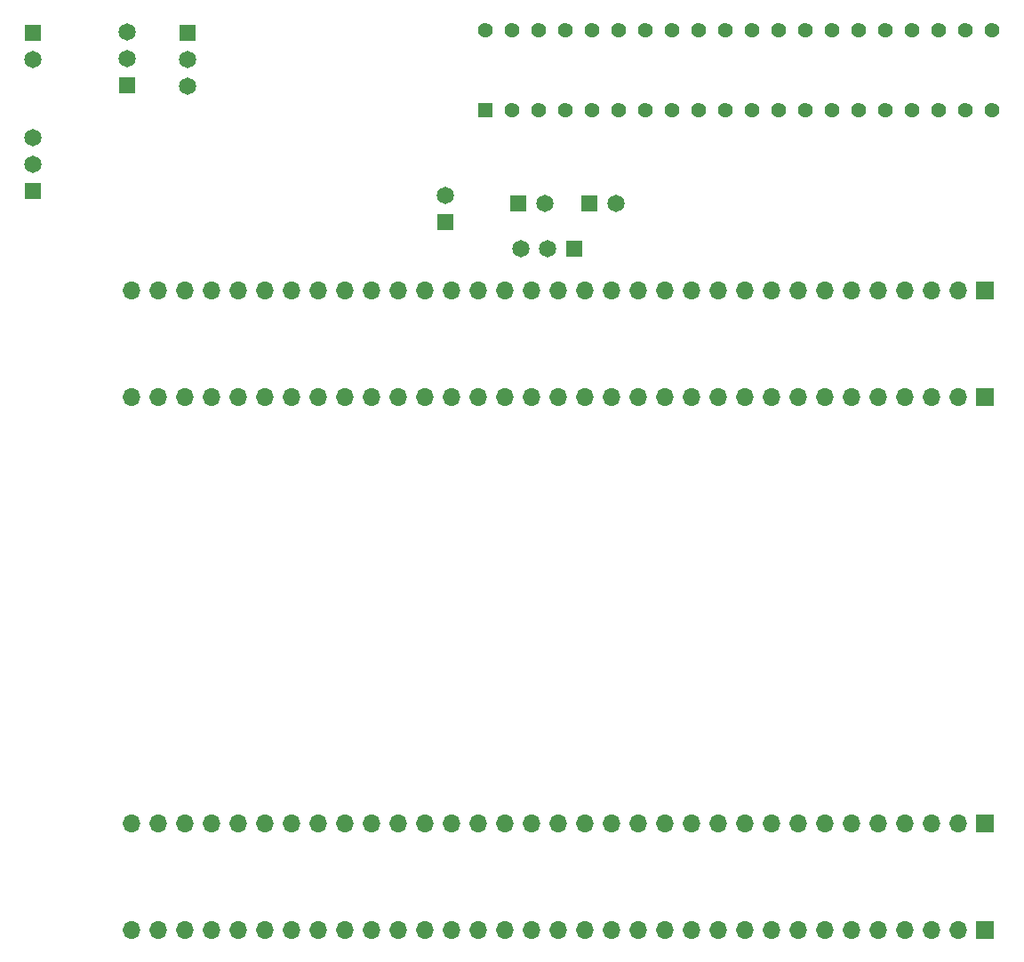
<source format=gbs>
%TF.GenerationSoftware,KiCad,Pcbnew,(6.0.2)*%
%TF.CreationDate,2022-04-17T21:21:11+02:00*%
%TF.ProjectId,main,6d61696e-2e6b-4696-9361-645f70636258,rev?*%
%TF.SameCoordinates,Original*%
%TF.FileFunction,Soldermask,Bot*%
%TF.FilePolarity,Negative*%
%FSLAX46Y46*%
G04 Gerber Fmt 4.6, Leading zero omitted, Abs format (unit mm)*
G04 Created by KiCad (PCBNEW (6.0.2)) date 2022-04-17 21:21:11*
%MOMM*%
%LPD*%
G01*
G04 APERTURE LIST*
%ADD10R,1.650000X1.650000*%
%ADD11C,1.650000*%
%ADD12R,1.700000X1.700000*%
%ADD13O,1.700000X1.700000*%
%ADD14R,1.425000X1.425000*%
%ADD15C,1.425000*%
G04 APERTURE END LIST*
D10*
X129480000Y-69000000D03*
D11*
X132020000Y-69000000D03*
D10*
X83250000Y-52750000D03*
D11*
X83250000Y-55290000D03*
D10*
X122500000Y-70770000D03*
D11*
X122500000Y-68230000D03*
D12*
X173870000Y-87440000D03*
D13*
X171330000Y-87440000D03*
X168790000Y-87440000D03*
X166250000Y-87440000D03*
X163710000Y-87440000D03*
X161170000Y-87440000D03*
X158630000Y-87440000D03*
X156090000Y-87440000D03*
X153550000Y-87440000D03*
X151010000Y-87440000D03*
X148470000Y-87440000D03*
X145930000Y-87440000D03*
X143390000Y-87440000D03*
X140850000Y-87440000D03*
X138310000Y-87440000D03*
X135770000Y-87440000D03*
X133230000Y-87440000D03*
X130690000Y-87440000D03*
X128150000Y-87440000D03*
X125610000Y-87440000D03*
X123070000Y-87440000D03*
X120530000Y-87440000D03*
X117990000Y-87440000D03*
X115450000Y-87440000D03*
X112910000Y-87440000D03*
X110370000Y-87440000D03*
X107830000Y-87440000D03*
X105290000Y-87440000D03*
X102750000Y-87440000D03*
X100210000Y-87440000D03*
X97670000Y-87440000D03*
X95130000Y-87440000D03*
X92590000Y-87440000D03*
D10*
X98000000Y-52710000D03*
D11*
X98000000Y-55250000D03*
X98000000Y-57790000D03*
D10*
X83250000Y-67790000D03*
D11*
X83250000Y-65250000D03*
X83250000Y-62710000D03*
D12*
X173870000Y-77280000D03*
D13*
X171330000Y-77280000D03*
X168790000Y-77280000D03*
X166250000Y-77280000D03*
X163710000Y-77280000D03*
X161170000Y-77280000D03*
X158630000Y-77280000D03*
X156090000Y-77280000D03*
X153550000Y-77280000D03*
X151010000Y-77280000D03*
X148470000Y-77280000D03*
X145930000Y-77280000D03*
X143390000Y-77280000D03*
X140850000Y-77280000D03*
X138310000Y-77280000D03*
X135770000Y-77280000D03*
X133230000Y-77280000D03*
X130690000Y-77280000D03*
X128150000Y-77280000D03*
X125610000Y-77280000D03*
X123070000Y-77280000D03*
X120530000Y-77280000D03*
X117990000Y-77280000D03*
X115450000Y-77280000D03*
X112910000Y-77280000D03*
X110370000Y-77280000D03*
X107830000Y-77280000D03*
X105290000Y-77280000D03*
X102750000Y-77280000D03*
X100210000Y-77280000D03*
X97670000Y-77280000D03*
X95130000Y-77280000D03*
X92590000Y-77280000D03*
D12*
X173870000Y-138240000D03*
D13*
X171330000Y-138240000D03*
X168790000Y-138240000D03*
X166250000Y-138240000D03*
X163710000Y-138240000D03*
X161170000Y-138240000D03*
X158630000Y-138240000D03*
X156090000Y-138240000D03*
X153550000Y-138240000D03*
X151010000Y-138240000D03*
X148470000Y-138240000D03*
X145930000Y-138240000D03*
X143390000Y-138240000D03*
X140850000Y-138240000D03*
X138310000Y-138240000D03*
X135770000Y-138240000D03*
X133230000Y-138240000D03*
X130690000Y-138240000D03*
X128150000Y-138240000D03*
X125610000Y-138240000D03*
X123070000Y-138240000D03*
X120530000Y-138240000D03*
X117990000Y-138240000D03*
X115450000Y-138240000D03*
X112910000Y-138240000D03*
X110370000Y-138240000D03*
X107830000Y-138240000D03*
X105290000Y-138240000D03*
X102750000Y-138240000D03*
X100210000Y-138240000D03*
X97670000Y-138240000D03*
X95130000Y-138240000D03*
X92590000Y-138240000D03*
D14*
X126370000Y-60060000D03*
D15*
X128910000Y-60060000D03*
X131450000Y-60060000D03*
X133990000Y-60060000D03*
X136530000Y-60060000D03*
X139070000Y-60060000D03*
X141610000Y-60060000D03*
X144150000Y-60060000D03*
X146690000Y-60060000D03*
X149230000Y-60060000D03*
X151770000Y-60060000D03*
X154310000Y-60060000D03*
X156850000Y-60060000D03*
X159390000Y-60060000D03*
X161930000Y-60060000D03*
X164470000Y-60060000D03*
X167010000Y-60060000D03*
X169550000Y-60060000D03*
X172090000Y-60060000D03*
X174630000Y-60060000D03*
X174630000Y-52440000D03*
X172090000Y-52440000D03*
X169550000Y-52440000D03*
X167010000Y-52440000D03*
X164470000Y-52440000D03*
X161930000Y-52440000D03*
X159390000Y-52440000D03*
X156850000Y-52440000D03*
X154310000Y-52440000D03*
X151770000Y-52440000D03*
X149230000Y-52440000D03*
X146690000Y-52440000D03*
X144150000Y-52440000D03*
X141610000Y-52440000D03*
X139070000Y-52440000D03*
X136530000Y-52440000D03*
X133990000Y-52440000D03*
X131450000Y-52440000D03*
X128910000Y-52440000D03*
X126370000Y-52440000D03*
D12*
X173870000Y-128080000D03*
D13*
X171330000Y-128080000D03*
X168790000Y-128080000D03*
X166250000Y-128080000D03*
X163710000Y-128080000D03*
X161170000Y-128080000D03*
X158630000Y-128080000D03*
X156090000Y-128080000D03*
X153550000Y-128080000D03*
X151010000Y-128080000D03*
X148470000Y-128080000D03*
X145930000Y-128080000D03*
X143390000Y-128080000D03*
X140850000Y-128080000D03*
X138310000Y-128080000D03*
X135770000Y-128080000D03*
X133230000Y-128080000D03*
X130690000Y-128080000D03*
X128150000Y-128080000D03*
X125610000Y-128080000D03*
X123070000Y-128080000D03*
X120530000Y-128080000D03*
X117990000Y-128080000D03*
X115450000Y-128080000D03*
X112910000Y-128080000D03*
X110370000Y-128080000D03*
X107830000Y-128080000D03*
X105290000Y-128080000D03*
X102750000Y-128080000D03*
X100210000Y-128080000D03*
X97670000Y-128080000D03*
X95130000Y-128080000D03*
X92590000Y-128080000D03*
D10*
X92250000Y-57750000D03*
D11*
X92250000Y-55210000D03*
X92250000Y-52670000D03*
D10*
X136230000Y-69000000D03*
D11*
X138770000Y-69000000D03*
D10*
X134790000Y-73250000D03*
D11*
X132250000Y-73250000D03*
X129710000Y-73250000D03*
M02*

</source>
